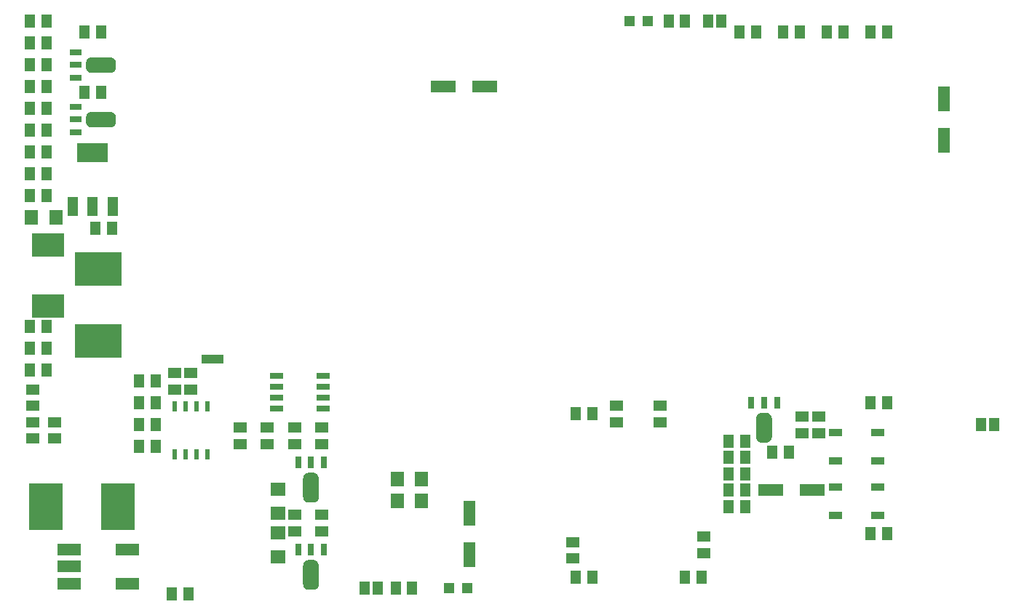
<source format=gbr>
G04 EAGLE Gerber RS-274X export*
G75*
%MOMM*%
%FSLAX34Y34*%
%LPD*%
%INSolderpaste Top*%
%IPPOS*%
%AMOC8*
5,1,8,0,0,1.08239X$1,22.5*%
G01*
%ADD10R,1.300000X1.500000*%
%ADD11R,0.800000X1.400000*%
%ADD12R,1.500000X1.300000*%
%ADD13R,0.600000X1.200000*%
%ADD14R,4.000000X5.400000*%
%ADD15R,5.400000X4.000000*%
%ADD16R,3.810000X2.794000*%
%ADD17R,1.500000X0.900000*%
%ADD18R,1.400000X0.800000*%
%ADD19R,1.528000X0.650000*%
%ADD20R,1.200000X2.250000*%
%ADD21R,3.600000X2.200000*%
%ADD22R,1.600000X1.803000*%
%ADD23R,1.200000X1.200000*%
%ADD24R,2.700000X1.400000*%
%ADD25R,1.803000X1.600000*%
%ADD26R,2.500000X1.000000*%
%ADD27R,1.400000X3.000000*%
%ADD28R,3.000000X1.400000*%
%ADD29R,1.168400X1.600200*%

G36*
X414504Y625768D02*
X414504Y625768D01*
X414808Y625779D01*
X414863Y625788D01*
X414920Y625791D01*
X415220Y625841D01*
X415520Y625886D01*
X415575Y625901D01*
X415631Y625910D01*
X415924Y625994D01*
X416217Y626072D01*
X416269Y626092D01*
X416324Y626108D01*
X416605Y626223D01*
X416889Y626333D01*
X416939Y626359D01*
X416991Y626380D01*
X417258Y626526D01*
X417527Y626667D01*
X417574Y626699D01*
X417624Y626726D01*
X417873Y626900D01*
X418125Y627070D01*
X418168Y627106D01*
X418214Y627139D01*
X418443Y627339D01*
X418675Y627536D01*
X418713Y627577D01*
X418756Y627615D01*
X418960Y627839D01*
X419169Y628061D01*
X419203Y628106D01*
X419241Y628148D01*
X419419Y628394D01*
X419602Y628637D01*
X419631Y628685D01*
X419664Y628731D01*
X419814Y628995D01*
X419969Y629257D01*
X419992Y629309D01*
X420020Y629358D01*
X420140Y629637D01*
X420265Y629914D01*
X420282Y629968D01*
X420305Y630020D01*
X420393Y630311D01*
X420486Y630600D01*
X420498Y630656D01*
X420514Y630710D01*
X420570Y631008D01*
X420630Y631307D01*
X420634Y631354D01*
X420646Y631418D01*
X420698Y632137D01*
X420696Y632203D01*
X420699Y632250D01*
X420699Y637500D01*
X420682Y637804D01*
X420671Y638108D01*
X420662Y638163D01*
X420659Y638220D01*
X420609Y638520D01*
X420564Y638820D01*
X420549Y638875D01*
X420540Y638931D01*
X420456Y639224D01*
X420378Y639517D01*
X420358Y639569D01*
X420342Y639624D01*
X420227Y639905D01*
X420117Y640189D01*
X420091Y640239D01*
X420070Y640291D01*
X419924Y640558D01*
X419783Y640827D01*
X419751Y640874D01*
X419724Y640924D01*
X419550Y641173D01*
X419380Y641425D01*
X419344Y641468D01*
X419311Y641514D01*
X419111Y641743D01*
X418914Y641975D01*
X418873Y642013D01*
X418835Y642056D01*
X418611Y642260D01*
X418389Y642469D01*
X418344Y642503D01*
X418302Y642541D01*
X418057Y642719D01*
X417813Y642902D01*
X417765Y642931D01*
X417719Y642964D01*
X417455Y643114D01*
X417193Y643269D01*
X417141Y643292D01*
X417092Y643320D01*
X416813Y643440D01*
X416536Y643565D01*
X416482Y643582D01*
X416430Y643605D01*
X416139Y643693D01*
X415850Y643786D01*
X415794Y643798D01*
X415740Y643814D01*
X415442Y643870D01*
X415143Y643930D01*
X415096Y643934D01*
X415032Y643946D01*
X414313Y643998D01*
X414247Y643996D01*
X414200Y643999D01*
X392450Y643999D01*
X392146Y643982D01*
X391842Y643971D01*
X391787Y643962D01*
X391730Y643959D01*
X391430Y643909D01*
X391130Y643864D01*
X391075Y643849D01*
X391020Y643840D01*
X390726Y643756D01*
X390433Y643678D01*
X390381Y643658D01*
X390326Y643642D01*
X390045Y643527D01*
X389761Y643417D01*
X389711Y643391D01*
X389659Y643370D01*
X389392Y643224D01*
X389123Y643083D01*
X389076Y643051D01*
X389026Y643024D01*
X388777Y642850D01*
X388525Y642680D01*
X388482Y642644D01*
X388436Y642611D01*
X388207Y642411D01*
X387975Y642214D01*
X387937Y642173D01*
X387894Y642135D01*
X387690Y641911D01*
X387481Y641689D01*
X387447Y641644D01*
X387409Y641602D01*
X387231Y641357D01*
X387048Y641113D01*
X387019Y641065D01*
X386986Y641019D01*
X386836Y640755D01*
X386681Y640493D01*
X386658Y640441D01*
X386630Y640392D01*
X386510Y640113D01*
X386385Y639836D01*
X386368Y639782D01*
X386345Y639730D01*
X386257Y639439D01*
X386164Y639150D01*
X386152Y639094D01*
X386136Y639040D01*
X386080Y638742D01*
X386020Y638443D01*
X386016Y638396D01*
X386004Y638332D01*
X385952Y637613D01*
X385954Y637547D01*
X385951Y637500D01*
X385951Y632250D01*
X385968Y631946D01*
X385979Y631642D01*
X385988Y631587D01*
X385991Y631530D01*
X386041Y631230D01*
X386086Y630930D01*
X386101Y630875D01*
X386110Y630820D01*
X386194Y630526D01*
X386272Y630233D01*
X386292Y630181D01*
X386308Y630126D01*
X386423Y629845D01*
X386533Y629561D01*
X386559Y629511D01*
X386580Y629459D01*
X386726Y629192D01*
X386867Y628923D01*
X386899Y628876D01*
X386926Y628826D01*
X387100Y628577D01*
X387270Y628325D01*
X387306Y628282D01*
X387339Y628236D01*
X387539Y628007D01*
X387736Y627775D01*
X387777Y627737D01*
X387815Y627694D01*
X388039Y627490D01*
X388261Y627281D01*
X388306Y627247D01*
X388348Y627209D01*
X388594Y627031D01*
X388837Y626848D01*
X388885Y626819D01*
X388931Y626786D01*
X389195Y626636D01*
X389457Y626481D01*
X389509Y626458D01*
X389558Y626430D01*
X389837Y626310D01*
X390114Y626185D01*
X390168Y626168D01*
X390220Y626145D01*
X390511Y626057D01*
X390800Y625964D01*
X390856Y625952D01*
X390910Y625936D01*
X391208Y625880D01*
X391507Y625820D01*
X391554Y625816D01*
X391618Y625804D01*
X392337Y625752D01*
X392403Y625754D01*
X392450Y625751D01*
X414200Y625751D01*
X414504Y625768D01*
G37*
G36*
X414504Y562268D02*
X414504Y562268D01*
X414808Y562279D01*
X414863Y562288D01*
X414920Y562291D01*
X415220Y562341D01*
X415520Y562386D01*
X415575Y562401D01*
X415631Y562410D01*
X415924Y562494D01*
X416217Y562572D01*
X416269Y562592D01*
X416324Y562608D01*
X416605Y562723D01*
X416889Y562833D01*
X416939Y562859D01*
X416991Y562880D01*
X417258Y563026D01*
X417527Y563167D01*
X417574Y563199D01*
X417624Y563226D01*
X417873Y563400D01*
X418125Y563570D01*
X418168Y563606D01*
X418214Y563639D01*
X418443Y563839D01*
X418675Y564036D01*
X418713Y564077D01*
X418756Y564115D01*
X418960Y564339D01*
X419169Y564561D01*
X419203Y564606D01*
X419241Y564648D01*
X419419Y564894D01*
X419602Y565137D01*
X419631Y565185D01*
X419664Y565231D01*
X419814Y565495D01*
X419969Y565757D01*
X419992Y565809D01*
X420020Y565858D01*
X420140Y566137D01*
X420265Y566414D01*
X420282Y566468D01*
X420305Y566520D01*
X420393Y566811D01*
X420486Y567100D01*
X420498Y567156D01*
X420514Y567210D01*
X420570Y567508D01*
X420630Y567807D01*
X420634Y567854D01*
X420646Y567918D01*
X420698Y568637D01*
X420696Y568703D01*
X420699Y568750D01*
X420699Y574000D01*
X420682Y574304D01*
X420671Y574608D01*
X420662Y574663D01*
X420659Y574720D01*
X420609Y575020D01*
X420564Y575320D01*
X420549Y575375D01*
X420540Y575431D01*
X420456Y575724D01*
X420378Y576017D01*
X420358Y576069D01*
X420342Y576124D01*
X420227Y576405D01*
X420117Y576689D01*
X420091Y576739D01*
X420070Y576791D01*
X419924Y577058D01*
X419783Y577327D01*
X419751Y577374D01*
X419724Y577424D01*
X419550Y577673D01*
X419380Y577925D01*
X419344Y577968D01*
X419311Y578014D01*
X419111Y578243D01*
X418914Y578475D01*
X418873Y578513D01*
X418835Y578556D01*
X418611Y578760D01*
X418389Y578969D01*
X418344Y579003D01*
X418302Y579041D01*
X418057Y579219D01*
X417813Y579402D01*
X417765Y579431D01*
X417719Y579464D01*
X417455Y579614D01*
X417193Y579769D01*
X417141Y579792D01*
X417092Y579820D01*
X416813Y579940D01*
X416536Y580065D01*
X416482Y580082D01*
X416430Y580105D01*
X416139Y580193D01*
X415850Y580286D01*
X415794Y580298D01*
X415740Y580314D01*
X415442Y580370D01*
X415143Y580430D01*
X415096Y580434D01*
X415032Y580446D01*
X414313Y580498D01*
X414247Y580496D01*
X414200Y580499D01*
X392450Y580499D01*
X392146Y580482D01*
X391842Y580471D01*
X391787Y580462D01*
X391730Y580459D01*
X391430Y580409D01*
X391130Y580364D01*
X391075Y580349D01*
X391020Y580340D01*
X390726Y580256D01*
X390433Y580178D01*
X390381Y580158D01*
X390326Y580142D01*
X390045Y580027D01*
X389761Y579917D01*
X389711Y579891D01*
X389659Y579870D01*
X389392Y579724D01*
X389123Y579583D01*
X389076Y579551D01*
X389026Y579524D01*
X388777Y579350D01*
X388525Y579180D01*
X388482Y579144D01*
X388436Y579111D01*
X388207Y578911D01*
X387975Y578714D01*
X387937Y578673D01*
X387894Y578635D01*
X387690Y578411D01*
X387481Y578189D01*
X387447Y578144D01*
X387409Y578102D01*
X387231Y577857D01*
X387048Y577613D01*
X387019Y577565D01*
X386986Y577519D01*
X386836Y577255D01*
X386681Y576993D01*
X386658Y576941D01*
X386630Y576892D01*
X386510Y576613D01*
X386385Y576336D01*
X386368Y576282D01*
X386345Y576230D01*
X386257Y575939D01*
X386164Y575650D01*
X386152Y575594D01*
X386136Y575540D01*
X386080Y575242D01*
X386020Y574943D01*
X386016Y574896D01*
X386004Y574832D01*
X385952Y574113D01*
X385954Y574047D01*
X385951Y574000D01*
X385951Y568750D01*
X385968Y568446D01*
X385979Y568142D01*
X385988Y568087D01*
X385991Y568030D01*
X386041Y567730D01*
X386086Y567430D01*
X386101Y567375D01*
X386110Y567320D01*
X386194Y567026D01*
X386272Y566733D01*
X386292Y566681D01*
X386308Y566626D01*
X386423Y566345D01*
X386533Y566061D01*
X386559Y566011D01*
X386580Y565959D01*
X386726Y565692D01*
X386867Y565423D01*
X386899Y565376D01*
X386926Y565326D01*
X387100Y565077D01*
X387270Y564825D01*
X387306Y564782D01*
X387339Y564736D01*
X387539Y564507D01*
X387736Y564275D01*
X387777Y564237D01*
X387815Y564194D01*
X388039Y563990D01*
X388261Y563781D01*
X388306Y563747D01*
X388348Y563709D01*
X388594Y563531D01*
X388837Y563348D01*
X388885Y563319D01*
X388931Y563286D01*
X389195Y563136D01*
X389457Y562981D01*
X389509Y562958D01*
X389558Y562930D01*
X389837Y562810D01*
X390114Y562685D01*
X390168Y562668D01*
X390220Y562645D01*
X390511Y562557D01*
X390800Y562464D01*
X390856Y562452D01*
X390910Y562436D01*
X391208Y562380D01*
X391507Y562320D01*
X391554Y562316D01*
X391618Y562304D01*
X392337Y562252D01*
X392403Y562254D01*
X392450Y562251D01*
X414200Y562251D01*
X414504Y562268D01*
G37*
G36*
X1177554Y195268D02*
X1177554Y195268D01*
X1177858Y195279D01*
X1177913Y195288D01*
X1177970Y195291D01*
X1178270Y195341D01*
X1178570Y195386D01*
X1178625Y195401D01*
X1178681Y195410D01*
X1178974Y195494D01*
X1179267Y195572D01*
X1179319Y195592D01*
X1179374Y195608D01*
X1179655Y195723D01*
X1179939Y195833D01*
X1179989Y195859D01*
X1180041Y195880D01*
X1180308Y196026D01*
X1180577Y196167D01*
X1180624Y196199D01*
X1180674Y196226D01*
X1180923Y196400D01*
X1181175Y196570D01*
X1181218Y196606D01*
X1181264Y196639D01*
X1181493Y196839D01*
X1181725Y197036D01*
X1181763Y197077D01*
X1181806Y197115D01*
X1182010Y197339D01*
X1182219Y197561D01*
X1182253Y197606D01*
X1182291Y197648D01*
X1182469Y197894D01*
X1182652Y198137D01*
X1182681Y198185D01*
X1182714Y198231D01*
X1182864Y198495D01*
X1183019Y198757D01*
X1183042Y198809D01*
X1183070Y198858D01*
X1183190Y199137D01*
X1183315Y199414D01*
X1183332Y199468D01*
X1183355Y199520D01*
X1183443Y199811D01*
X1183536Y200100D01*
X1183548Y200156D01*
X1183564Y200210D01*
X1183620Y200508D01*
X1183680Y200807D01*
X1183684Y200854D01*
X1183696Y200918D01*
X1183748Y201637D01*
X1183746Y201703D01*
X1183749Y201750D01*
X1183749Y223500D01*
X1183732Y223804D01*
X1183721Y224108D01*
X1183712Y224163D01*
X1183709Y224220D01*
X1183659Y224520D01*
X1183614Y224820D01*
X1183599Y224875D01*
X1183590Y224931D01*
X1183506Y225224D01*
X1183428Y225517D01*
X1183408Y225569D01*
X1183392Y225624D01*
X1183277Y225905D01*
X1183167Y226189D01*
X1183141Y226239D01*
X1183120Y226291D01*
X1182974Y226558D01*
X1182833Y226827D01*
X1182801Y226874D01*
X1182774Y226924D01*
X1182600Y227173D01*
X1182430Y227425D01*
X1182394Y227468D01*
X1182361Y227514D01*
X1182161Y227743D01*
X1181964Y227975D01*
X1181923Y228013D01*
X1181885Y228056D01*
X1181661Y228260D01*
X1181439Y228469D01*
X1181394Y228503D01*
X1181352Y228541D01*
X1181107Y228719D01*
X1180863Y228902D01*
X1180815Y228931D01*
X1180769Y228964D01*
X1180505Y229114D01*
X1180243Y229269D01*
X1180191Y229292D01*
X1180142Y229320D01*
X1179863Y229440D01*
X1179586Y229565D01*
X1179532Y229582D01*
X1179480Y229605D01*
X1179189Y229693D01*
X1178900Y229786D01*
X1178844Y229798D01*
X1178790Y229814D01*
X1178492Y229870D01*
X1178193Y229930D01*
X1178146Y229934D01*
X1178082Y229946D01*
X1177363Y229998D01*
X1177297Y229996D01*
X1177250Y229999D01*
X1172000Y229999D01*
X1171696Y229982D01*
X1171392Y229971D01*
X1171337Y229962D01*
X1171280Y229959D01*
X1170980Y229909D01*
X1170680Y229864D01*
X1170625Y229849D01*
X1170570Y229840D01*
X1170276Y229756D01*
X1169983Y229678D01*
X1169931Y229658D01*
X1169876Y229642D01*
X1169595Y229527D01*
X1169311Y229417D01*
X1169261Y229391D01*
X1169209Y229370D01*
X1168942Y229224D01*
X1168673Y229083D01*
X1168626Y229051D01*
X1168576Y229024D01*
X1168327Y228850D01*
X1168075Y228680D01*
X1168032Y228644D01*
X1167986Y228611D01*
X1167757Y228411D01*
X1167525Y228214D01*
X1167487Y228173D01*
X1167444Y228135D01*
X1167240Y227911D01*
X1167031Y227689D01*
X1166997Y227644D01*
X1166959Y227602D01*
X1166781Y227357D01*
X1166598Y227113D01*
X1166569Y227065D01*
X1166536Y227019D01*
X1166386Y226755D01*
X1166231Y226493D01*
X1166208Y226441D01*
X1166180Y226392D01*
X1166060Y226113D01*
X1165935Y225836D01*
X1165918Y225782D01*
X1165895Y225730D01*
X1165807Y225439D01*
X1165714Y225150D01*
X1165702Y225094D01*
X1165686Y225040D01*
X1165630Y224742D01*
X1165570Y224443D01*
X1165566Y224396D01*
X1165554Y224332D01*
X1165502Y223613D01*
X1165504Y223547D01*
X1165501Y223500D01*
X1165501Y201750D01*
X1165518Y201446D01*
X1165529Y201142D01*
X1165538Y201087D01*
X1165541Y201030D01*
X1165591Y200730D01*
X1165636Y200430D01*
X1165651Y200375D01*
X1165660Y200320D01*
X1165744Y200026D01*
X1165822Y199733D01*
X1165842Y199681D01*
X1165858Y199626D01*
X1165973Y199345D01*
X1166083Y199061D01*
X1166109Y199011D01*
X1166130Y198959D01*
X1166276Y198692D01*
X1166417Y198423D01*
X1166449Y198376D01*
X1166476Y198326D01*
X1166650Y198077D01*
X1166820Y197825D01*
X1166856Y197782D01*
X1166889Y197736D01*
X1167089Y197507D01*
X1167286Y197275D01*
X1167327Y197237D01*
X1167365Y197194D01*
X1167589Y196990D01*
X1167811Y196781D01*
X1167856Y196747D01*
X1167898Y196709D01*
X1168144Y196531D01*
X1168387Y196348D01*
X1168435Y196319D01*
X1168481Y196286D01*
X1168745Y196136D01*
X1169007Y195981D01*
X1169059Y195958D01*
X1169108Y195930D01*
X1169387Y195810D01*
X1169664Y195685D01*
X1169718Y195668D01*
X1169770Y195645D01*
X1170061Y195557D01*
X1170350Y195464D01*
X1170406Y195452D01*
X1170460Y195436D01*
X1170758Y195380D01*
X1171057Y195320D01*
X1171104Y195316D01*
X1171168Y195304D01*
X1171887Y195252D01*
X1171953Y195254D01*
X1172000Y195251D01*
X1177250Y195251D01*
X1177554Y195268D01*
G37*
G36*
X650504Y125418D02*
X650504Y125418D01*
X650808Y125429D01*
X650863Y125438D01*
X650920Y125441D01*
X651220Y125491D01*
X651520Y125536D01*
X651575Y125551D01*
X651631Y125560D01*
X651924Y125644D01*
X652217Y125722D01*
X652269Y125742D01*
X652324Y125758D01*
X652605Y125873D01*
X652889Y125983D01*
X652939Y126009D01*
X652991Y126030D01*
X653258Y126176D01*
X653527Y126317D01*
X653574Y126349D01*
X653624Y126376D01*
X653873Y126550D01*
X654125Y126720D01*
X654168Y126756D01*
X654214Y126789D01*
X654443Y126989D01*
X654675Y127186D01*
X654713Y127227D01*
X654756Y127265D01*
X654960Y127489D01*
X655169Y127711D01*
X655203Y127756D01*
X655241Y127798D01*
X655419Y128044D01*
X655602Y128287D01*
X655631Y128335D01*
X655664Y128381D01*
X655814Y128645D01*
X655969Y128907D01*
X655992Y128959D01*
X656020Y129008D01*
X656140Y129287D01*
X656265Y129564D01*
X656282Y129618D01*
X656305Y129670D01*
X656393Y129961D01*
X656486Y130250D01*
X656498Y130306D01*
X656514Y130360D01*
X656570Y130658D01*
X656630Y130957D01*
X656634Y131004D01*
X656646Y131068D01*
X656698Y131787D01*
X656696Y131853D01*
X656699Y131900D01*
X656699Y153650D01*
X656682Y153954D01*
X656671Y154258D01*
X656662Y154313D01*
X656659Y154370D01*
X656609Y154670D01*
X656564Y154970D01*
X656549Y155025D01*
X656540Y155081D01*
X656456Y155374D01*
X656378Y155667D01*
X656358Y155719D01*
X656342Y155774D01*
X656227Y156055D01*
X656117Y156339D01*
X656091Y156389D01*
X656070Y156441D01*
X655924Y156708D01*
X655783Y156977D01*
X655751Y157024D01*
X655724Y157074D01*
X655550Y157323D01*
X655380Y157575D01*
X655344Y157618D01*
X655311Y157664D01*
X655111Y157893D01*
X654914Y158125D01*
X654873Y158163D01*
X654835Y158206D01*
X654611Y158410D01*
X654389Y158619D01*
X654344Y158653D01*
X654302Y158691D01*
X654057Y158869D01*
X653813Y159052D01*
X653765Y159081D01*
X653719Y159114D01*
X653455Y159264D01*
X653193Y159419D01*
X653141Y159442D01*
X653092Y159470D01*
X652813Y159590D01*
X652536Y159715D01*
X652482Y159732D01*
X652430Y159755D01*
X652139Y159843D01*
X651850Y159936D01*
X651794Y159948D01*
X651740Y159964D01*
X651442Y160020D01*
X651143Y160080D01*
X651096Y160084D01*
X651032Y160096D01*
X650313Y160148D01*
X650247Y160146D01*
X650200Y160149D01*
X644950Y160149D01*
X644646Y160132D01*
X644342Y160121D01*
X644287Y160112D01*
X644230Y160109D01*
X643930Y160059D01*
X643630Y160014D01*
X643575Y159999D01*
X643520Y159990D01*
X643226Y159906D01*
X642933Y159828D01*
X642881Y159808D01*
X642826Y159792D01*
X642545Y159677D01*
X642261Y159567D01*
X642211Y159541D01*
X642159Y159520D01*
X641892Y159374D01*
X641623Y159233D01*
X641576Y159201D01*
X641526Y159174D01*
X641277Y159000D01*
X641025Y158830D01*
X640982Y158794D01*
X640936Y158761D01*
X640707Y158561D01*
X640475Y158364D01*
X640437Y158323D01*
X640394Y158285D01*
X640190Y158061D01*
X639981Y157839D01*
X639947Y157794D01*
X639909Y157752D01*
X639731Y157507D01*
X639548Y157263D01*
X639519Y157215D01*
X639486Y157169D01*
X639336Y156905D01*
X639181Y156643D01*
X639158Y156591D01*
X639130Y156542D01*
X639010Y156263D01*
X638885Y155986D01*
X638868Y155932D01*
X638845Y155880D01*
X638757Y155589D01*
X638664Y155300D01*
X638652Y155244D01*
X638636Y155190D01*
X638580Y154892D01*
X638520Y154593D01*
X638516Y154546D01*
X638504Y154482D01*
X638452Y153763D01*
X638454Y153697D01*
X638451Y153650D01*
X638451Y131900D01*
X638468Y131596D01*
X638479Y131292D01*
X638488Y131237D01*
X638491Y131180D01*
X638541Y130880D01*
X638586Y130580D01*
X638601Y130525D01*
X638610Y130470D01*
X638694Y130176D01*
X638772Y129883D01*
X638792Y129831D01*
X638808Y129776D01*
X638923Y129495D01*
X639033Y129211D01*
X639059Y129161D01*
X639080Y129109D01*
X639226Y128842D01*
X639367Y128573D01*
X639399Y128526D01*
X639426Y128476D01*
X639600Y128227D01*
X639770Y127975D01*
X639806Y127932D01*
X639839Y127886D01*
X640039Y127657D01*
X640236Y127425D01*
X640277Y127387D01*
X640315Y127344D01*
X640539Y127140D01*
X640761Y126931D01*
X640806Y126897D01*
X640848Y126859D01*
X641094Y126681D01*
X641337Y126498D01*
X641385Y126469D01*
X641431Y126436D01*
X641695Y126286D01*
X641957Y126131D01*
X642009Y126108D01*
X642058Y126080D01*
X642337Y125960D01*
X642614Y125835D01*
X642668Y125818D01*
X642720Y125795D01*
X643011Y125707D01*
X643300Y125614D01*
X643356Y125602D01*
X643410Y125586D01*
X643708Y125530D01*
X644007Y125470D01*
X644054Y125466D01*
X644118Y125454D01*
X644837Y125402D01*
X644903Y125404D01*
X644950Y125401D01*
X650200Y125401D01*
X650504Y125418D01*
G37*
G36*
X650504Y23818D02*
X650504Y23818D01*
X650808Y23829D01*
X650863Y23838D01*
X650920Y23841D01*
X651220Y23891D01*
X651520Y23936D01*
X651575Y23951D01*
X651631Y23960D01*
X651924Y24044D01*
X652217Y24122D01*
X652269Y24142D01*
X652324Y24158D01*
X652605Y24273D01*
X652889Y24383D01*
X652939Y24409D01*
X652991Y24430D01*
X653258Y24576D01*
X653527Y24717D01*
X653574Y24749D01*
X653624Y24776D01*
X653873Y24950D01*
X654125Y25120D01*
X654168Y25156D01*
X654214Y25189D01*
X654443Y25389D01*
X654675Y25586D01*
X654713Y25627D01*
X654756Y25665D01*
X654960Y25889D01*
X655169Y26111D01*
X655203Y26156D01*
X655241Y26198D01*
X655419Y26444D01*
X655602Y26687D01*
X655631Y26735D01*
X655664Y26781D01*
X655814Y27045D01*
X655969Y27307D01*
X655992Y27359D01*
X656020Y27408D01*
X656140Y27687D01*
X656265Y27964D01*
X656282Y28018D01*
X656305Y28070D01*
X656393Y28361D01*
X656486Y28650D01*
X656498Y28706D01*
X656514Y28760D01*
X656570Y29058D01*
X656630Y29357D01*
X656634Y29404D01*
X656646Y29468D01*
X656698Y30187D01*
X656696Y30253D01*
X656699Y30300D01*
X656699Y52050D01*
X656682Y52354D01*
X656671Y52658D01*
X656662Y52713D01*
X656659Y52770D01*
X656609Y53070D01*
X656564Y53370D01*
X656549Y53425D01*
X656540Y53481D01*
X656456Y53774D01*
X656378Y54067D01*
X656358Y54119D01*
X656342Y54174D01*
X656227Y54455D01*
X656117Y54739D01*
X656091Y54789D01*
X656070Y54841D01*
X655924Y55108D01*
X655783Y55377D01*
X655751Y55424D01*
X655724Y55474D01*
X655550Y55723D01*
X655380Y55975D01*
X655344Y56018D01*
X655311Y56064D01*
X655111Y56293D01*
X654914Y56525D01*
X654873Y56563D01*
X654835Y56606D01*
X654611Y56810D01*
X654389Y57019D01*
X654344Y57053D01*
X654302Y57091D01*
X654057Y57269D01*
X653813Y57452D01*
X653765Y57481D01*
X653719Y57514D01*
X653455Y57664D01*
X653193Y57819D01*
X653141Y57842D01*
X653092Y57870D01*
X652813Y57990D01*
X652536Y58115D01*
X652482Y58132D01*
X652430Y58155D01*
X652139Y58243D01*
X651850Y58336D01*
X651794Y58348D01*
X651740Y58364D01*
X651442Y58420D01*
X651143Y58480D01*
X651096Y58484D01*
X651032Y58496D01*
X650313Y58548D01*
X650247Y58546D01*
X650200Y58549D01*
X644950Y58549D01*
X644646Y58532D01*
X644342Y58521D01*
X644287Y58512D01*
X644230Y58509D01*
X643930Y58459D01*
X643630Y58414D01*
X643575Y58399D01*
X643520Y58390D01*
X643226Y58306D01*
X642933Y58228D01*
X642881Y58208D01*
X642826Y58192D01*
X642545Y58077D01*
X642261Y57967D01*
X642211Y57941D01*
X642159Y57920D01*
X641892Y57774D01*
X641623Y57633D01*
X641576Y57601D01*
X641526Y57574D01*
X641277Y57400D01*
X641025Y57230D01*
X640982Y57194D01*
X640936Y57161D01*
X640707Y56961D01*
X640475Y56764D01*
X640437Y56723D01*
X640394Y56685D01*
X640190Y56461D01*
X639981Y56239D01*
X639947Y56194D01*
X639909Y56152D01*
X639731Y55907D01*
X639548Y55663D01*
X639519Y55615D01*
X639486Y55569D01*
X639336Y55305D01*
X639181Y55043D01*
X639158Y54991D01*
X639130Y54942D01*
X639010Y54663D01*
X638885Y54386D01*
X638868Y54332D01*
X638845Y54280D01*
X638757Y53989D01*
X638664Y53700D01*
X638652Y53644D01*
X638636Y53590D01*
X638580Y53292D01*
X638520Y52993D01*
X638516Y52946D01*
X638504Y52882D01*
X638452Y52163D01*
X638454Y52097D01*
X638451Y52050D01*
X638451Y30300D01*
X638468Y29996D01*
X638479Y29692D01*
X638488Y29637D01*
X638491Y29580D01*
X638541Y29280D01*
X638586Y28980D01*
X638601Y28925D01*
X638610Y28870D01*
X638694Y28576D01*
X638772Y28283D01*
X638792Y28231D01*
X638808Y28176D01*
X638923Y27895D01*
X639033Y27611D01*
X639059Y27561D01*
X639080Y27509D01*
X639226Y27242D01*
X639367Y26973D01*
X639399Y26926D01*
X639426Y26876D01*
X639600Y26627D01*
X639770Y26375D01*
X639806Y26332D01*
X639839Y26286D01*
X640039Y26057D01*
X640236Y25825D01*
X640277Y25787D01*
X640315Y25744D01*
X640539Y25540D01*
X640761Y25331D01*
X640806Y25297D01*
X640848Y25259D01*
X641094Y25081D01*
X641337Y24898D01*
X641385Y24869D01*
X641431Y24836D01*
X641695Y24686D01*
X641957Y24531D01*
X642009Y24508D01*
X642058Y24480D01*
X642337Y24360D01*
X642614Y24235D01*
X642668Y24218D01*
X642720Y24195D01*
X643011Y24107D01*
X643300Y24014D01*
X643356Y24002D01*
X643410Y23986D01*
X643708Y23930D01*
X644007Y23870D01*
X644054Y23866D01*
X644118Y23854D01*
X644837Y23802D01*
X644903Y23804D01*
X644950Y23801D01*
X650200Y23801D01*
X650504Y23818D01*
G37*
D10*
X1146200Y673100D03*
X1165200Y673100D03*
X1247800Y673100D03*
X1266800Y673100D03*
X955700Y228600D03*
X974700Y228600D03*
X1197000Y673100D03*
X1216000Y673100D03*
X1298600Y673100D03*
X1317600Y673100D03*
D11*
X1189740Y242060D03*
X1159760Y242060D03*
X1174750Y242050D03*
D12*
X1238250Y206400D03*
X1238250Y225400D03*
X1219200Y206400D03*
X1219200Y225400D03*
D11*
X662690Y172210D03*
X632710Y172210D03*
X647700Y172200D03*
D12*
X628650Y193700D03*
X628650Y212700D03*
X660400Y193700D03*
X660400Y212700D03*
D11*
X662690Y70610D03*
X632710Y70610D03*
X647700Y70600D03*
D12*
X628650Y92100D03*
X628650Y111100D03*
X660400Y92100D03*
X660400Y111100D03*
D13*
X527050Y237550D03*
X514350Y237550D03*
X501650Y237550D03*
X488950Y237550D03*
X488950Y181550D03*
X501650Y181550D03*
X514350Y181550D03*
X527050Y181550D03*
D12*
X488950Y276200D03*
X488950Y257200D03*
X508000Y276200D03*
X508000Y257200D03*
D14*
X423000Y120650D03*
X339000Y120650D03*
D15*
X400050Y397600D03*
X400050Y313600D03*
D16*
X341630Y354076D03*
X341630Y425450D03*
D10*
X320700Y279400D03*
X339700Y279400D03*
X339700Y330200D03*
X320700Y330200D03*
X339700Y304800D03*
X320700Y304800D03*
X447700Y266700D03*
X466700Y266700D03*
X447700Y215900D03*
X466700Y215900D03*
X447700Y241300D03*
X466700Y241300D03*
D17*
X1307200Y110500D03*
X1307200Y143500D03*
X1258200Y110500D03*
X1258200Y143500D03*
D10*
X1317600Y88900D03*
X1298600Y88900D03*
X1152500Y158750D03*
X1133500Y158750D03*
D17*
X1307200Y174000D03*
X1307200Y207000D03*
X1258200Y174000D03*
X1258200Y207000D03*
D10*
X1317600Y241300D03*
X1298600Y241300D03*
D18*
X373890Y586490D03*
X373890Y556510D03*
X373900Y571500D03*
D10*
X320700Y533400D03*
X339700Y533400D03*
X339700Y558800D03*
X320700Y558800D03*
X320700Y584200D03*
X339700Y584200D03*
D18*
X373890Y649990D03*
X373890Y620010D03*
X373900Y635000D03*
D10*
X320700Y609600D03*
X339700Y609600D03*
X339700Y635000D03*
X320700Y635000D03*
X320700Y660400D03*
X339700Y660400D03*
D12*
X323850Y219050D03*
X323850Y200050D03*
X323850Y257150D03*
X323850Y238150D03*
D10*
X1152500Y139700D03*
X1133500Y139700D03*
X1152500Y120650D03*
X1133500Y120650D03*
X955700Y38100D03*
X974700Y38100D03*
X1101700Y38100D03*
X1082700Y38100D03*
D12*
X1054100Y238100D03*
X1054100Y219100D03*
X952500Y60350D03*
X952500Y79350D03*
X1104900Y66700D03*
X1104900Y85700D03*
X1003300Y219100D03*
X1003300Y238100D03*
D10*
X504800Y19050D03*
X485800Y19050D03*
D19*
X662110Y234950D03*
X662110Y247650D03*
X662110Y260350D03*
X662110Y273050D03*
X607890Y273050D03*
X607890Y260350D03*
X607890Y247650D03*
X607890Y234950D03*
D10*
X447700Y190500D03*
X466700Y190500D03*
D12*
X596900Y193700D03*
X596900Y212700D03*
X565150Y193700D03*
X565150Y212700D03*
D20*
X370700Y470650D03*
X393700Y470650D03*
X416700Y470650D03*
D21*
X393700Y532640D03*
D10*
X415900Y444500D03*
X396900Y444500D03*
X339700Y508000D03*
X320700Y508000D03*
X339700Y482600D03*
X320700Y482600D03*
D22*
X350770Y457200D03*
X322330Y457200D03*
D12*
X349250Y200050D03*
X349250Y219050D03*
D23*
X1018200Y685800D03*
X1039200Y685800D03*
D10*
X1082650Y685800D03*
X1063650Y685800D03*
D24*
X366300Y50800D03*
X433800Y70800D03*
X433800Y30800D03*
X366300Y70800D03*
X366300Y30800D03*
D25*
X609600Y90420D03*
X609600Y61980D03*
X609600Y112780D03*
X609600Y141220D03*
D10*
X403200Y673100D03*
X384200Y673100D03*
D22*
X747780Y152400D03*
X776220Y152400D03*
X747780Y127000D03*
X776220Y127000D03*
D26*
X533400Y292100D03*
D27*
X831850Y112900D03*
X831850Y64900D03*
D28*
X801500Y609600D03*
X849500Y609600D03*
X1230500Y139700D03*
X1182500Y139700D03*
D27*
X1384300Y547500D03*
X1384300Y595500D03*
D29*
X1109980Y685800D03*
X1125220Y685800D03*
D10*
X1203300Y184150D03*
X1184300Y184150D03*
X1152500Y177800D03*
X1133500Y177800D03*
X1152500Y196850D03*
X1133500Y196850D03*
D23*
X829650Y25400D03*
X808650Y25400D03*
D10*
X746150Y25400D03*
X765150Y25400D03*
D29*
X725170Y25400D03*
X709930Y25400D03*
D10*
X403200Y603250D03*
X384200Y603250D03*
X320700Y685800D03*
X339700Y685800D03*
D29*
X1442720Y215900D03*
X1427480Y215900D03*
M02*

</source>
